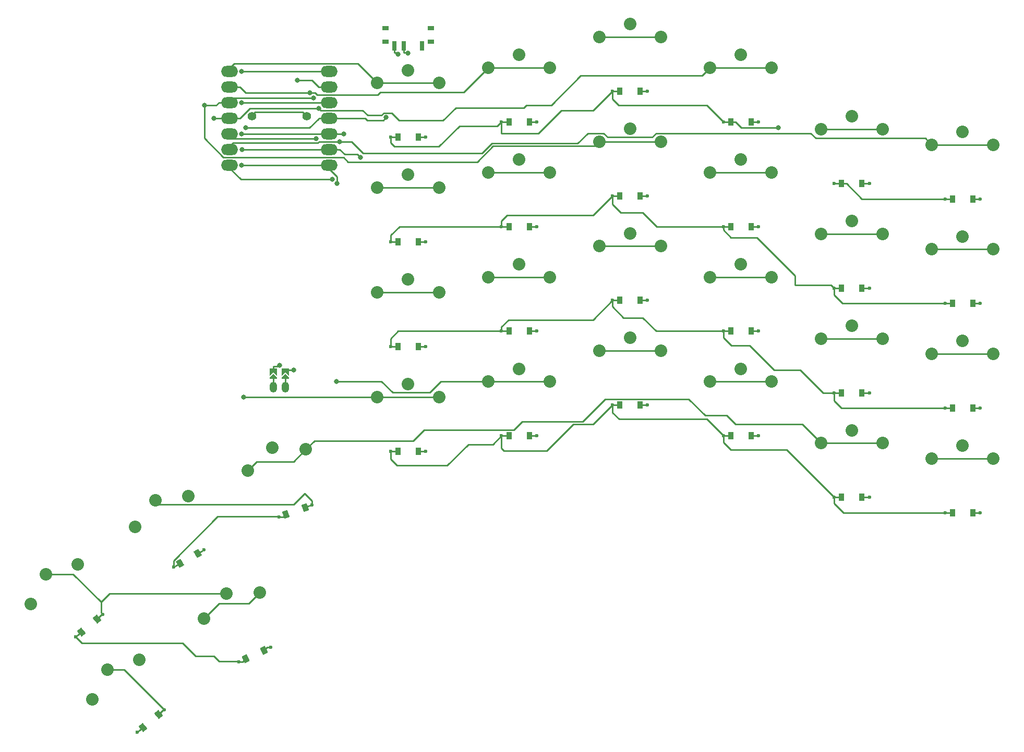
<source format=gbr>
%TF.GenerationSoftware,KiCad,Pcbnew,8.0.6*%
%TF.CreationDate,2025-01-31T15:21:25+01:00*%
%TF.ProjectId,sleepy58,736c6565-7079-4353-982e-6b696361645f,v1.0.0*%
%TF.SameCoordinates,Original*%
%TF.FileFunction,Copper,L1,Top*%
%TF.FilePolarity,Positive*%
%FSLAX46Y46*%
G04 Gerber Fmt 4.6, Leading zero omitted, Abs format (unit mm)*
G04 Created by KiCad (PCBNEW 8.0.6) date 2025-01-31 15:21:25*
%MOMM*%
%LPD*%
G01*
G04 APERTURE LIST*
G04 Aperture macros list*
%AMRotRect*
0 Rectangle, with rotation*
0 The origin of the aperture is its center*
0 $1 length*
0 $2 width*
0 $3 Rotation angle, in degrees counterclockwise*
0 Add horizontal line*
21,1,$1,$2,0,0,$3*%
%AMFreePoly0*
4,1,6,0.600000,-1.000000,0.000000,-0.400000,-0.600000,-1.000000,-0.600000,0.250000,0.600000,0.250000,0.600000,-1.000000,0.600000,-1.000000,$1*%
%AMFreePoly1*
4,1,6,0.600000,-0.200000,0.600000,-0.400000,-0.600000,-0.400000,-0.600000,-0.200000,0.000000,0.400000,0.600000,-0.200000,0.600000,-0.200000,$1*%
G04 Aperture macros list end*
%TA.AperFunction,SMDPad,CuDef*%
%ADD10R,0.900000X1.200000*%
%TD*%
%TA.AperFunction,ComponentPad*%
%ADD11C,2.032000*%
%TD*%
%TA.AperFunction,SMDPad,CuDef*%
%ADD12RotRect,0.900000X1.200000X40.000000*%
%TD*%
%TA.AperFunction,SMDPad,CuDef*%
%ADD13RotRect,0.900000X1.200000X20.000000*%
%TD*%
%TA.AperFunction,SMDPad,CuDef*%
%ADD14RotRect,0.900000X1.200000X30.000000*%
%TD*%
%TA.AperFunction,SMDPad,CuDef*%
%ADD15FreePoly0,0.000000*%
%TD*%
%TA.AperFunction,ComponentPad*%
%ADD16O,1.200000X1.750000*%
%TD*%
%TA.AperFunction,SMDPad,CuDef*%
%ADD17FreePoly1,0.000000*%
%TD*%
%TA.AperFunction,SMDPad,CuDef*%
%ADD18O,2.750000X1.800000*%
%TD*%
%TA.AperFunction,CastellatedPad*%
%ADD19C,1.397000*%
%TD*%
%TA.AperFunction,SMDPad,CuDef*%
%ADD20RotRect,0.900000X1.200000X25.000000*%
%TD*%
%TA.AperFunction,SMDPad,CuDef*%
%ADD21R,1.000000X0.800000*%
%TD*%
%TA.AperFunction,SMDPad,CuDef*%
%ADD22R,0.700000X1.500000*%
%TD*%
%TA.AperFunction,ViaPad*%
%ADD23C,0.800000*%
%TD*%
%TA.AperFunction,ViaPad*%
%ADD24C,0.600000*%
%TD*%
%TA.AperFunction,Conductor*%
%ADD25C,0.250000*%
%TD*%
G04 APERTURE END LIST*
D10*
%TO.P,D1,1*%
%TO.N,R1*%
X98350000Y-105000000D03*
%TO.P,D1,2*%
%TO.N,outer_bottom*%
X101650000Y-105000000D03*
%TD*%
D11*
%TO.P,S12,1*%
%TO.N,C2*%
X131000000Y-37700000D03*
X141000000Y-37700000D03*
%TO.P,S12,2*%
%TO.N,ring_num*%
X136000000Y-35600000D03*
X136000000Y-35600000D03*
%TD*%
D10*
%TO.P,D21,1*%
%TO.N,R1*%
X188350000Y-115000000D03*
%TO.P,D21,2*%
%TO.N,inner_bottom*%
X191650000Y-115000000D03*
%TD*%
D12*
%TO.P,D29,1*%
%TO.N,R0*%
X56949927Y-149890800D03*
%TO.P,D29,2*%
%TO.N,default_default*%
X59477873Y-147769600D03*
%TD*%
D10*
%TO.P,D2,1*%
%TO.N,R2*%
X98350000Y-88000000D03*
%TO.P,D2,2*%
%TO.N,outer_home*%
X101650000Y-88000000D03*
%TD*%
%TO.P,D14,1*%
%TO.N,R2*%
X152350000Y-85500000D03*
%TO.P,D14,2*%
%TO.N,middle_home*%
X155650000Y-85500000D03*
%TD*%
D11*
%TO.P,S2,1*%
%TO.N,C0*%
X95000000Y-79200000D03*
X105000000Y-79200000D03*
%TO.P,S2,2*%
%TO.N,outer_home*%
X100000000Y-77100000D03*
X100000000Y-77100000D03*
%TD*%
D10*
%TO.P,D6,1*%
%TO.N,R2*%
X116350000Y-85500000D03*
%TO.P,D6,2*%
%TO.N,pinky_home*%
X119650000Y-85500000D03*
%TD*%
%TO.P,D9,1*%
%TO.N,R1*%
X134350000Y-97500000D03*
%TO.P,D9,2*%
%TO.N,ring_bottom*%
X137650000Y-97500000D03*
%TD*%
%TO.P,D8,1*%
%TO.N,R4*%
X116350000Y-51500000D03*
%TO.P,D8,2*%
%TO.N,pinky_num*%
X119650000Y-51500000D03*
%TD*%
D11*
%TO.P,S18,1*%
%TO.N,C4*%
X167000000Y-86700000D03*
X177000000Y-86700000D03*
%TO.P,S18,2*%
%TO.N,index_home*%
X172000000Y-84600000D03*
X172000000Y-84600000D03*
%TD*%
D13*
%TO.P,D25,1*%
%TO.N,R0*%
X80159607Y-115262833D03*
%TO.P,D25,2*%
%TO.N,default_default*%
X83260593Y-114134167D03*
%TD*%
D11*
%TO.P,S29,1*%
%TO.N,C0*%
X48727185Y-145302969D03*
X56387629Y-138875093D03*
%TO.P,S29,2*%
%TO.N,default_default*%
X51207553Y-140480338D03*
X51207553Y-140480338D03*
%TD*%
%TO.P,S3,1*%
%TO.N,C0*%
X95000000Y-62200000D03*
X105000000Y-62200000D03*
%TO.P,S3,2*%
%TO.N,outer_top*%
X100000000Y-60100000D03*
X100000000Y-60100000D03*
%TD*%
%TO.P,S16,1*%
%TO.N,C3*%
X149000000Y-42700000D03*
X159000000Y-42700000D03*
%TO.P,S16,2*%
%TO.N,middle_num*%
X154000000Y-40600000D03*
X154000000Y-40600000D03*
%TD*%
%TO.P,S11,1*%
%TO.N,C2*%
X131000000Y-54700000D03*
X141000000Y-54700000D03*
%TO.P,S11,2*%
%TO.N,ring_top*%
X136000000Y-52600000D03*
X136000000Y-52600000D03*
%TD*%
D14*
%TO.P,D26,1*%
%TO.N,R0*%
X62971058Y-123255100D03*
%TO.P,D26,2*%
%TO.N,default_default*%
X65828942Y-121605100D03*
%TD*%
D10*
%TO.P,D5,1*%
%TO.N,R1*%
X116350000Y-102500000D03*
%TO.P,D5,2*%
%TO.N,pinky_bottom*%
X119650000Y-102500000D03*
%TD*%
%TO.P,D12,1*%
%TO.N,R4*%
X134350000Y-46500000D03*
%TO.P,D12,2*%
%TO.N,ring_num*%
X137650000Y-46500000D03*
%TD*%
D11*
%TO.P,S5,1*%
%TO.N,C1*%
X113000000Y-93700000D03*
X123000000Y-93700000D03*
%TO.P,S5,2*%
%TO.N,pinky_bottom*%
X118000000Y-91600000D03*
X118000000Y-91600000D03*
%TD*%
%TO.P,S27,1*%
%TO.N,C2*%
X38727185Y-129802969D03*
X46387629Y-123375093D03*
%TO.P,S27,2*%
%TO.N,default_default*%
X41207553Y-124980338D03*
X41207553Y-124980338D03*
%TD*%
%TO.P,S21,1*%
%TO.N,C5*%
X185000000Y-106200000D03*
X195000000Y-106200000D03*
%TO.P,S21,2*%
%TO.N,inner_bottom*%
X190000000Y-104100000D03*
X190000000Y-104100000D03*
%TD*%
%TO.P,S13,1*%
%TO.N,C3*%
X149000000Y-93700000D03*
X159000000Y-93700000D03*
%TO.P,S13,2*%
%TO.N,middle_bottom*%
X154000000Y-91600000D03*
X154000000Y-91600000D03*
%TD*%
D10*
%TO.P,D23,1*%
%TO.N,R3*%
X188350000Y-81000000D03*
%TO.P,D23,2*%
%TO.N,inner_top*%
X191650000Y-81000000D03*
%TD*%
%TO.P,D4,1*%
%TO.N,R4*%
X98350000Y-54000000D03*
%TO.P,D4,2*%
%TO.N,outer_num*%
X101650000Y-54000000D03*
%TD*%
D11*
%TO.P,S19,1*%
%TO.N,C4*%
X167000000Y-69700000D03*
X177000000Y-69700000D03*
%TO.P,S19,2*%
%TO.N,index_top*%
X172000000Y-67600000D03*
X172000000Y-67600000D03*
%TD*%
D12*
%TO.P,D27,1*%
%TO.N,R0*%
X46949927Y-134390800D03*
%TO.P,D27,2*%
%TO.N,default_default*%
X49477873Y-132269600D03*
%TD*%
D10*
%TO.P,D15,1*%
%TO.N,R3*%
X152350000Y-68500000D03*
%TO.P,D15,2*%
%TO.N,middle_top*%
X155650000Y-68500000D03*
%TD*%
D11*
%TO.P,S14,1*%
%TO.N,C3*%
X149000000Y-76700000D03*
X159000000Y-76700000D03*
%TO.P,S14,2*%
%TO.N,middle_home*%
X154000000Y-74600000D03*
X154000000Y-74600000D03*
%TD*%
%TO.P,S15,1*%
%TO.N,C3*%
X149000000Y-59700000D03*
X159000000Y-59700000D03*
%TO.P,S15,2*%
%TO.N,middle_top*%
X154000000Y-57600000D03*
X154000000Y-57600000D03*
%TD*%
D10*
%TO.P,D17,1*%
%TO.N,R1*%
X170350000Y-112500000D03*
%TO.P,D17,2*%
%TO.N,index_bottom*%
X173650000Y-112500000D03*
%TD*%
D15*
%TO.P,JST1,1*%
%TO.N,BBAT+*%
X80100000Y-91784000D03*
%TO.P,JST1,2*%
%TO.N,GND*%
X78100000Y-91784000D03*
D16*
%TO.P,JST1,11*%
%TO.N,JST1_1*%
X80100000Y-94600000D03*
%TO.P,JST1,12*%
%TO.N,JST1_2*%
X78100000Y-94600000D03*
D17*
%TO.P,JST1,21*%
%TO.N,JST1_1*%
X80100000Y-92800000D03*
%TO.P,JST1,22*%
%TO.N,JST1_2*%
X78100000Y-92800000D03*
%TD*%
D11*
%TO.P,S20,1*%
%TO.N,C4*%
X167000000Y-52700000D03*
X177000000Y-52700000D03*
%TO.P,S20,2*%
%TO.N,index_num*%
X172000000Y-50600000D03*
X172000000Y-50600000D03*
%TD*%
D10*
%TO.P,D22,1*%
%TO.N,R2*%
X188350000Y-98000000D03*
%TO.P,D22,2*%
%TO.N,inner_home*%
X191650000Y-98000000D03*
%TD*%
D11*
%TO.P,S28,1*%
%TO.N,C1*%
X66862512Y-132169122D03*
X75925590Y-127942939D03*
%TO.P,S28,2*%
%TO.N,default_default*%
X70506552Y-128152784D03*
X70506552Y-128152784D03*
%TD*%
%TO.P,S24,1*%
%TO.N,C5*%
X185000000Y-55200000D03*
X195000000Y-55200000D03*
%TO.P,S24,2*%
%TO.N,inner_num*%
X190000000Y-53100000D03*
X190000000Y-53100000D03*
%TD*%
D10*
%TO.P,D7,1*%
%TO.N,R3*%
X116350000Y-68500000D03*
%TO.P,D7,2*%
%TO.N,pinky_top*%
X119650000Y-68500000D03*
%TD*%
%TO.P,D20,1*%
%TO.N,R4*%
X170350000Y-61500000D03*
%TO.P,D20,2*%
%TO.N,index_num*%
X173650000Y-61500000D03*
%TD*%
D11*
%TO.P,S6,1*%
%TO.N,C1*%
X113000000Y-76700000D03*
X123000000Y-76700000D03*
%TO.P,S6,2*%
%TO.N,pinky_home*%
X118000000Y-74600000D03*
X118000000Y-74600000D03*
%TD*%
%TO.P,S9,1*%
%TO.N,C2*%
X131000000Y-88700000D03*
X141000000Y-88700000D03*
%TO.P,S9,2*%
%TO.N,ring_bottom*%
X136000000Y-86600000D03*
X136000000Y-86600000D03*
%TD*%
D10*
%TO.P,D10,1*%
%TO.N,R2*%
X134350000Y-80500000D03*
%TO.P,D10,2*%
%TO.N,ring_home*%
X137650000Y-80500000D03*
%TD*%
D11*
%TO.P,S25,1*%
%TO.N,C4*%
X74001860Y-108139269D03*
X83398787Y-104719067D03*
%TO.P,S25,2*%
%TO.N,default_default*%
X77982081Y-104455814D03*
X77982081Y-104455814D03*
%TD*%
%TO.P,S23,1*%
%TO.N,C5*%
X185000000Y-72200000D03*
X195000000Y-72200000D03*
%TO.P,S23,2*%
%TO.N,inner_top*%
X190000000Y-70100000D03*
X190000000Y-70100000D03*
%TD*%
D10*
%TO.P,D3,1*%
%TO.N,R3*%
X98350000Y-71000000D03*
%TO.P,D3,2*%
%TO.N,outer_top*%
X101650000Y-71000000D03*
%TD*%
D18*
%TO.P,MCU1,1*%
%TO.N,C0*%
X71005040Y-43280000D03*
%TO.P,MCU1,2*%
%TO.N,C1*%
X71005040Y-45820000D03*
%TO.P,MCU1,3*%
%TO.N,C2*%
X71005040Y-48360000D03*
%TO.P,MCU1,4*%
%TO.N,C3*%
X71005040Y-50900000D03*
%TO.P,MCU1,5*%
%TO.N,C4*%
X71005040Y-53440000D03*
%TO.P,MCU1,6*%
%TO.N,C5*%
X71005040Y-55980000D03*
%TO.P,MCU1,7*%
%TO.N,R0*%
X71005040Y-58520000D03*
%TO.P,MCU1,8*%
%TO.N,R1*%
X87194960Y-58520000D03*
%TO.P,MCU1,9*%
%TO.N,R2*%
X87194960Y-55980000D03*
%TO.P,MCU1,10*%
%TO.N,R3*%
X87194960Y-53440000D03*
%TO.P,MCU1,11*%
%TO.N,R4*%
X87194960Y-50900000D03*
%TO.P,MCU1,12*%
%TO.N,3V3*%
X87194960Y-48360000D03*
%TO.P,MCU1,13*%
%TO.N,GND*%
X87194960Y-45820000D03*
%TO.P,MCU1,14*%
%TO.N,5V*%
X87194960Y-43280000D03*
D19*
%TO.P,MCU1,19*%
%TO.N,XBAT+*%
X74655000Y-50583000D03*
X83545000Y-50583000D03*
%TD*%
D10*
%TO.P,D11,1*%
%TO.N,R3*%
X134350000Y-63500000D03*
%TO.P,D11,2*%
%TO.N,ring_top*%
X137650000Y-63500000D03*
%TD*%
D11*
%TO.P,S4,1*%
%TO.N,C0*%
X95000000Y-45200000D03*
X105000000Y-45200000D03*
%TO.P,S4,2*%
%TO.N,outer_num*%
X100000000Y-43100000D03*
X100000000Y-43100000D03*
%TD*%
%TO.P,S8,1*%
%TO.N,C1*%
X113000000Y-42700000D03*
X123000000Y-42700000D03*
%TO.P,S8,2*%
%TO.N,pinky_num*%
X118000000Y-40600000D03*
X118000000Y-40600000D03*
%TD*%
%TO.P,S1,1*%
%TO.N,C0*%
X95000000Y-96200000D03*
X105000000Y-96200000D03*
%TO.P,S1,2*%
%TO.N,outer_bottom*%
X100000000Y-94100000D03*
X100000000Y-94100000D03*
%TD*%
D10*
%TO.P,D16,1*%
%TO.N,R4*%
X152350000Y-51500000D03*
%TO.P,D16,2*%
%TO.N,middle_num*%
X155650000Y-51500000D03*
%TD*%
D11*
%TO.P,S7,1*%
%TO.N,C1*%
X113000000Y-59700000D03*
X123000000Y-59700000D03*
%TO.P,S7,2*%
%TO.N,pinky_top*%
X118000000Y-57600000D03*
X118000000Y-57600000D03*
%TD*%
D20*
%TO.P,D28,1*%
%TO.N,R0*%
X73617692Y-138728820D03*
%TO.P,D28,2*%
%TO.N,default_default*%
X76608508Y-137334180D03*
%TD*%
D11*
%TO.P,S17,1*%
%TO.N,C4*%
X167000000Y-103700000D03*
X177000000Y-103700000D03*
%TO.P,S17,2*%
%TO.N,index_bottom*%
X172000000Y-101600000D03*
X172000000Y-101600000D03*
%TD*%
D21*
%TO.P,PWR1,*%
%TO.N,*%
X96350000Y-38495000D03*
X103650000Y-38495000D03*
X96350000Y-36285000D03*
X103650000Y-36285000D03*
D22*
%TO.P,PWR1,1*%
%TO.N,N/C*%
X102250000Y-39145000D03*
%TO.P,PWR1,2*%
%TO.N,BBAT+*%
X99250000Y-39145000D03*
%TO.P,PWR1,3*%
%TO.N,XBAT+*%
X97750000Y-39145000D03*
%TD*%
D10*
%TO.P,D13,1*%
%TO.N,R1*%
X152350000Y-102500000D03*
%TO.P,D13,2*%
%TO.N,middle_bottom*%
X155650000Y-102500000D03*
%TD*%
D11*
%TO.P,S26,1*%
%TO.N,C3*%
X55669873Y-117309103D03*
X64330127Y-112309103D03*
%TO.P,S26,2*%
%TO.N,default_default*%
X58950000Y-112990450D03*
X58950000Y-112990450D03*
%TD*%
D10*
%TO.P,D19,1*%
%TO.N,R3*%
X170350000Y-78500000D03*
%TO.P,D19,2*%
%TO.N,index_top*%
X173650000Y-78500000D03*
%TD*%
D11*
%TO.P,S10,1*%
%TO.N,C2*%
X131000000Y-71700000D03*
X141000000Y-71700000D03*
%TO.P,S10,2*%
%TO.N,ring_home*%
X136000000Y-69600000D03*
X136000000Y-69600000D03*
%TD*%
D10*
%TO.P,D18,1*%
%TO.N,R2*%
X170350000Y-95500000D03*
%TO.P,D18,2*%
%TO.N,index_home*%
X173650000Y-95500000D03*
%TD*%
D11*
%TO.P,S22,1*%
%TO.N,C5*%
X185000000Y-89200000D03*
X195000000Y-89200000D03*
%TO.P,S22,2*%
%TO.N,inner_home*%
X190000000Y-87100000D03*
X190000000Y-87100000D03*
%TD*%
D10*
%TO.P,D24,1*%
%TO.N,R4*%
X188350000Y-64000000D03*
%TO.P,D24,2*%
%TO.N,inner_num*%
X191650000Y-64000000D03*
%TD*%
D23*
%TO.N,C0*%
X73289400Y-96200000D03*
D24*
%TO.N,outer_bottom*%
X102850000Y-105000000D03*
%TO.N,outer_home*%
X102850000Y-88000000D03*
%TO.N,outer_top*%
X102850000Y-71000000D03*
%TO.N,outer_num*%
X102850000Y-54000000D03*
D23*
%TO.N,C1*%
X84067600Y-46739600D03*
X88342200Y-93648300D03*
D24*
%TO.N,pinky_bottom*%
X120850000Y-102500000D03*
%TO.N,pinky_home*%
X120850000Y-85500000D03*
%TO.N,pinky_top*%
X120850000Y-68500000D03*
%TO.N,pinky_num*%
X120850000Y-51500000D03*
D23*
%TO.N,C2*%
X84622300Y-47604000D03*
X66912000Y-48824000D03*
D24*
%TO.N,ring_bottom*%
X138850000Y-97500000D03*
%TO.N,ring_home*%
X138850000Y-80500000D03*
%TO.N,ring_top*%
X138850000Y-63500000D03*
%TO.N,ring_num*%
X138850000Y-46500000D03*
D23*
%TO.N,C3*%
X68445800Y-50900000D03*
X85493300Y-49284200D03*
D24*
%TO.N,middle_bottom*%
X156850000Y-102500000D03*
%TO.N,middle_home*%
X156850000Y-85500000D03*
%TO.N,middle_top*%
X156850000Y-68500000D03*
%TO.N,middle_num*%
X156850000Y-51500000D03*
D23*
%TO.N,C4*%
X85028300Y-54202600D03*
D24*
%TO.N,index_bottom*%
X174850000Y-112500000D03*
%TO.N,index_home*%
X174850000Y-95500000D03*
%TO.N,index_top*%
X174850000Y-78500000D03*
%TO.N,index_num*%
X174850000Y-61500000D03*
D23*
%TO.N,C5*%
X88896700Y-54710100D03*
D24*
%TO.N,inner_bottom*%
X192850000Y-115000000D03*
%TO.N,inner_home*%
X192850000Y-98000000D03*
%TO.N,inner_top*%
X192850000Y-81000000D03*
%TO.N,inner_num*%
X192850000Y-64000000D03*
%TO.N,default_default*%
X50397200Y-131498000D03*
X84388200Y-113724000D03*
X66868200Y-121005000D03*
X60397200Y-146998000D03*
X77696100Y-136827000D03*
D23*
%TO.N,R1*%
X72995600Y-58520000D03*
D24*
X133150000Y-97500000D03*
X169150000Y-112500000D03*
X151150000Y-102500000D03*
X115150000Y-102500000D03*
D23*
X88421600Y-61541600D03*
D24*
X187150000Y-115000000D03*
X97150000Y-105000000D03*
D23*
%TO.N,R2*%
X92278800Y-57238000D03*
D24*
X151150000Y-85500000D03*
X169150000Y-95500000D03*
X97150000Y-88000000D03*
X187150000Y-98000000D03*
D23*
X73002000Y-55980000D03*
D24*
X115150000Y-85500000D03*
X133150000Y-80500000D03*
%TO.N,R3*%
X115150000Y-68500000D03*
X187150000Y-81000000D03*
D23*
X89508500Y-53440000D03*
D24*
X169150000Y-78500000D03*
X97150000Y-71000000D03*
D23*
X72995200Y-53440000D03*
D24*
X133150000Y-63500000D03*
X151150000Y-68500000D03*
%TO.N,R4*%
X169150000Y-61500000D03*
X97150000Y-54000000D03*
D23*
X73612000Y-52476700D03*
D24*
X133150000Y-46500000D03*
D23*
X96425700Y-50790000D03*
D24*
X115150000Y-51500000D03*
X187150000Y-64000000D03*
D23*
X160076700Y-52426700D03*
D24*
X151150000Y-51500000D03*
%TO.N,R0*%
X56030700Y-150662000D03*
X72530100Y-139236000D03*
X46030700Y-135162000D03*
D23*
X87670000Y-60841200D03*
D24*
X79032000Y-115673000D03*
X61931800Y-123855000D03*
D23*
%TO.N,3V3*%
X72986100Y-48360000D03*
%TO.N,GND*%
X82018000Y-44751000D03*
X79105700Y-91068100D03*
%TO.N,5V*%
X72987400Y-43280000D03*
%TO.N,XBAT+*%
X98371200Y-40474800D03*
%TO.N,BBAT+*%
X99988700Y-40366500D03*
X81440000Y-91784000D03*
%TD*%
D25*
%TO.N,C0*%
X95000000Y-62200000D02*
X105000000Y-62200000D01*
X95000000Y-96200000D02*
X73289400Y-96200000D01*
X95000000Y-45200000D02*
X105000000Y-45200000D01*
X95000000Y-96200000D02*
X105000000Y-96200000D01*
X95000000Y-79200000D02*
X105000000Y-79200000D01*
X91847900Y-42047900D02*
X95000000Y-45200000D01*
X71762100Y-42047900D02*
X91847900Y-42047900D01*
X70530000Y-43280000D02*
X71762100Y-42047900D01*
%TO.N,outer_bottom*%
X101650000Y-105000000D02*
X102850000Y-105000000D01*
%TO.N,outer_home*%
X101650000Y-88000000D02*
X102850000Y-88000000D01*
%TO.N,outer_top*%
X101650000Y-71000000D02*
X102850000Y-71000000D01*
%TO.N,outer_num*%
X101650000Y-54000000D02*
X102850000Y-54000000D01*
%TO.N,C1*%
X113000000Y-93700000D02*
X105291300Y-93700000D01*
X84917900Y-46739600D02*
X85268300Y-47090000D01*
X113000000Y-76700000D02*
X123000000Y-76700000D01*
X105291300Y-93700000D02*
X103529800Y-95461500D01*
X103529800Y-95461500D02*
X97474600Y-95461500D01*
X123000000Y-93700000D02*
X113000000Y-93700000D01*
X95661400Y-93648300D02*
X88342200Y-93648300D01*
X69282100Y-129749500D02*
X74119000Y-129749500D01*
X84067600Y-46739600D02*
X84917900Y-46739600D01*
X113000000Y-59700000D02*
X123000000Y-59700000D01*
X73626300Y-46739600D02*
X84067600Y-46739600D01*
X85268300Y-47090000D02*
X95033800Y-47090000D01*
X109045700Y-46654300D02*
X113000000Y-42700000D01*
X123000000Y-42700000D02*
X113000000Y-42700000D01*
X95033800Y-47090000D02*
X95469500Y-46654300D01*
X95469500Y-46654300D02*
X109045700Y-46654300D01*
X97474600Y-95461500D02*
X95661400Y-93648300D01*
X66862500Y-132169100D02*
X69282100Y-129749500D01*
X74119000Y-129749500D02*
X75925600Y-127942900D01*
X70530000Y-45820000D02*
X72706700Y-45820000D01*
X72706700Y-45820000D02*
X73626300Y-46739600D01*
%TO.N,pinky_bottom*%
X119650000Y-102500000D02*
X120850000Y-102500000D01*
%TO.N,pinky_home*%
X119650000Y-85500000D02*
X120850000Y-85500000D01*
%TO.N,pinky_top*%
X119650000Y-68500000D02*
X120850000Y-68500000D01*
%TO.N,pinky_num*%
X119650000Y-51500000D02*
X120850000Y-51500000D01*
%TO.N,C2*%
X131000000Y-37700000D02*
X141000000Y-37700000D01*
X70530000Y-48360000D02*
X69303300Y-48360000D01*
X66912000Y-54156500D02*
X66912000Y-48824000D01*
X89530000Y-57250000D02*
X70005500Y-57250000D01*
X131000000Y-54700000D02*
X141000000Y-54700000D01*
X66912000Y-48824000D02*
X68839300Y-48824000D01*
X90267200Y-57987200D02*
X89530000Y-57250000D01*
X111251300Y-57987200D02*
X90267200Y-57987200D01*
X71286000Y-47604000D02*
X84622300Y-47604000D01*
X68839300Y-48824000D02*
X69303300Y-48360000D01*
X131000000Y-88700000D02*
X141000000Y-88700000D01*
X113794200Y-55444300D02*
X111251300Y-57987200D01*
X70530000Y-48360000D02*
X71286000Y-47604000D01*
X70005500Y-57250000D02*
X66912000Y-54156500D01*
X131000000Y-71700000D02*
X141000000Y-71700000D01*
X131000000Y-54700000D02*
X130255700Y-55444300D01*
X130255700Y-55444300D02*
X113794200Y-55444300D01*
%TO.N,ring_bottom*%
X137650000Y-97500000D02*
X138850000Y-97500000D01*
%TO.N,ring_home*%
X137650000Y-80500000D02*
X138850000Y-80500000D01*
%TO.N,ring_top*%
X137650000Y-63500000D02*
X138850000Y-63500000D01*
%TO.N,ring_num*%
X137650000Y-46500000D02*
X138850000Y-46500000D01*
%TO.N,C3*%
X107756800Y-49203000D02*
X105670100Y-51289700D01*
X149000000Y-42700000D02*
X147690200Y-44009800D01*
X93419100Y-50450700D02*
X92598400Y-49630000D01*
X149000000Y-42700000D02*
X159000000Y-42700000D01*
X123229400Y-48789700D02*
X119200300Y-48789700D01*
X92598400Y-49630000D02*
X85839100Y-49630000D01*
X149000000Y-93700000D02*
X159000000Y-93700000D01*
X105670100Y-51289700D02*
X98564900Y-51289700D01*
X98564900Y-51289700D02*
X97338400Y-50063200D01*
X97338400Y-50063200D02*
X96067000Y-50063200D01*
X128009300Y-44009800D02*
X123229400Y-48789700D01*
X96067000Y-50063200D02*
X95679500Y-50450700D01*
X119200300Y-48789700D02*
X118787000Y-49203000D01*
X147690200Y-44009800D02*
X128009300Y-44009800D01*
X74322500Y-49284200D02*
X85493300Y-49284200D01*
X70530000Y-50900000D02*
X72706700Y-50900000D01*
X70530000Y-50900000D02*
X68445800Y-50900000D01*
X72706700Y-50900000D02*
X74322500Y-49284200D01*
X149000000Y-59700000D02*
X159000000Y-59700000D01*
X85839100Y-49630000D02*
X85493300Y-49284200D01*
X118787000Y-49203000D02*
X107756800Y-49203000D01*
X95679500Y-50450700D02*
X93419100Y-50450700D01*
X149000000Y-76700000D02*
X159000000Y-76700000D01*
%TO.N,middle_bottom*%
X155650000Y-102500000D02*
X156850000Y-102500000D01*
%TO.N,middle_home*%
X155650000Y-85500000D02*
X156850000Y-85500000D01*
%TO.N,middle_top*%
X155650000Y-68500000D02*
X156850000Y-68500000D01*
%TO.N,middle_num*%
X155650000Y-51500000D02*
X156850000Y-51500000D01*
%TO.N,C4*%
X131959200Y-96541700D02*
X145510000Y-96541700D01*
X118536700Y-100201500D02*
X128299400Y-100201500D01*
X84830300Y-103287600D02*
X100839100Y-103287600D01*
X74001900Y-108139300D02*
X75448400Y-106692800D01*
X75448400Y-106692800D02*
X81425100Y-106692800D01*
X148186100Y-99217800D02*
X151691400Y-99217800D01*
X70530000Y-53440000D02*
X71292600Y-54202600D01*
X177000000Y-52700000D02*
X167000000Y-52700000D01*
X128299400Y-100201500D02*
X131959200Y-96541700D01*
X167000000Y-69700000D02*
X177000000Y-69700000D01*
X167000000Y-103700000D02*
X177000000Y-103700000D01*
X145510000Y-96541700D02*
X148186100Y-99217800D01*
X102553400Y-101573300D02*
X117164900Y-101573300D01*
X71292600Y-54202600D02*
X85028300Y-54202600D01*
X151691400Y-99217800D02*
X153125200Y-100651600D01*
X81425100Y-106692800D02*
X83398800Y-104719100D01*
X163951600Y-100651600D02*
X167000000Y-103700000D01*
X153125200Y-100651600D02*
X163951600Y-100651600D01*
X100839100Y-103287600D02*
X102553400Y-101573300D01*
X117164900Y-101573300D02*
X118536700Y-100201500D01*
X167000000Y-86700000D02*
X177000000Y-86700000D01*
X83398800Y-104719100D02*
X84830300Y-103287600D01*
%TO.N,index_bottom*%
X173650000Y-112500000D02*
X174850000Y-112500000D01*
%TO.N,index_home*%
X173650000Y-95500000D02*
X174850000Y-95500000D01*
%TO.N,index_top*%
X173650000Y-78500000D02*
X174850000Y-78500000D01*
%TO.N,index_num*%
X173650000Y-61500000D02*
X174850000Y-61500000D01*
%TO.N,C5*%
X185000000Y-55200000D02*
X195000000Y-55200000D01*
X185000000Y-89200000D02*
X195000000Y-89200000D01*
X183925800Y-54125800D02*
X166142700Y-54125800D01*
X92696105Y-56630000D02*
X90776205Y-54710100D01*
X113607804Y-54994300D02*
X111972104Y-56630000D01*
X90776205Y-54710100D02*
X88896700Y-54710100D01*
X85548500Y-54710100D02*
X88896700Y-54710100D01*
X165348500Y-53331600D02*
X140285900Y-53331600D01*
X129157000Y-53353700D02*
X127516400Y-54994300D01*
X140285900Y-53331600D02*
X139614700Y-54002800D01*
X131753700Y-53353700D02*
X129157000Y-53353700D01*
X111972104Y-56630000D02*
X92696105Y-56630000D01*
X166142700Y-54125800D02*
X165348500Y-53331600D01*
X185000000Y-72200000D02*
X195000000Y-72200000D01*
X85329300Y-54929300D02*
X85548500Y-54710100D01*
X132402800Y-54002800D02*
X131753700Y-53353700D01*
X71580700Y-54929300D02*
X85329300Y-54929300D01*
X139614700Y-54002800D02*
X132402800Y-54002800D01*
X70530000Y-55980000D02*
X71580700Y-54929300D01*
X185000000Y-55200000D02*
X183925800Y-54125800D01*
X127516400Y-54994300D02*
X113607804Y-54994300D01*
X185000000Y-106200000D02*
X195000000Y-106200000D01*
%TO.N,inner_bottom*%
X191650000Y-115000000D02*
X192850000Y-115000000D01*
%TO.N,inner_home*%
X191650000Y-98000000D02*
X192850000Y-98000000D01*
%TO.N,inner_top*%
X191650000Y-81000000D02*
X192850000Y-81000000D01*
%TO.N,inner_num*%
X191650000Y-64000000D02*
X192850000Y-64000000D01*
%TO.N,default_default*%
X76608508Y-137334180D02*
X76608508Y-137334192D01*
X83220000Y-111890000D02*
X81423300Y-113686700D01*
X59646200Y-113686700D02*
X58950000Y-112990500D01*
X50167600Y-129524500D02*
X50167600Y-131268400D01*
X81423300Y-113686700D02*
X59646200Y-113686700D01*
X84388200Y-113058200D02*
X83220000Y-111890000D01*
X53879500Y-140480300D02*
X51207600Y-140480300D01*
X60397200Y-146998000D02*
X53879500Y-140480300D01*
X60397200Y-146998000D02*
X60249473Y-146998000D01*
X50397200Y-131498000D02*
X50249473Y-131498000D01*
X83824400Y-113929000D02*
X84388200Y-113724000D01*
X83465800Y-113929000D02*
X83260600Y-114134200D01*
X65828900Y-121605100D02*
X65828900Y-121605000D01*
X50249473Y-131498000D02*
X49477873Y-132269600D01*
X41207600Y-124980300D02*
X45623400Y-124980300D01*
X60249473Y-146998000D02*
X59477873Y-147769600D01*
X50167600Y-131268400D02*
X50397200Y-131498000D01*
X83260600Y-114134000D02*
X83824400Y-113929000D01*
X51539300Y-128152800D02*
X70506600Y-128152800D01*
X50167600Y-129524500D02*
X51539300Y-128152800D01*
X83824400Y-113929000D02*
X83465800Y-113929000D01*
X77112688Y-136830000D02*
X77693100Y-136830000D01*
X84388200Y-113724000D02*
X84388200Y-113058200D01*
X65828900Y-121605000D02*
X66868200Y-121005000D01*
X45623400Y-124980300D02*
X50167600Y-129524500D01*
X77693100Y-136830000D02*
X77696100Y-136827000D01*
X76608508Y-137334180D02*
X77112688Y-136830000D01*
%TO.N,R1*%
X169150000Y-112500000D02*
X170350000Y-112500000D01*
X133150000Y-97500000D02*
X133150000Y-98720000D01*
X116350000Y-102500000D02*
X115150000Y-102500000D01*
X97150000Y-106310000D02*
X98180000Y-107340000D01*
X169150000Y-112500000D02*
X169150000Y-113500000D01*
X115150000Y-104520000D02*
X115580000Y-104950000D01*
X152395000Y-104795000D02*
X161445000Y-104795000D01*
X161445000Y-104795000D02*
X169150000Y-112500000D01*
X151150000Y-102500000D02*
X152350000Y-102500000D01*
X115150000Y-102500000D02*
X115150000Y-104520000D01*
X188350000Y-115000000D02*
X187150000Y-115000000D01*
X151150000Y-103550000D02*
X152395000Y-104795000D01*
X98350000Y-105000000D02*
X97150000Y-105000000D01*
X170650000Y-115000000D02*
X187150000Y-115000000D01*
X151150000Y-102500000D02*
X151150000Y-103550000D01*
X106340000Y-107340000D02*
X109781700Y-103898300D01*
X129996800Y-100653200D02*
X133150000Y-97500000D01*
X113751700Y-103898300D02*
X115150000Y-102500000D01*
X169150000Y-113500000D02*
X170650000Y-115000000D01*
X133150000Y-98720000D02*
X134225000Y-99795000D01*
X115580000Y-104950000D02*
X122490000Y-104950000D01*
X134350000Y-97500000D02*
X133150000Y-97500000D01*
X98180000Y-107340000D02*
X106340000Y-107340000D01*
X109781700Y-103898300D02*
X113751700Y-103898300D01*
X85493300Y-58520000D02*
X72995600Y-58520000D01*
X97150000Y-105000000D02*
X97150000Y-106310000D01*
X86581700Y-58520000D02*
X85493300Y-58520000D01*
X148445000Y-99795000D02*
X151150000Y-102500000D01*
X122490000Y-104950000D02*
X126786800Y-100653200D01*
X126786800Y-100653200D02*
X129996800Y-100653200D01*
X134225000Y-99795000D02*
X148445000Y-99795000D01*
X86581700Y-58520000D02*
X88421600Y-60359900D01*
X87670000Y-58520000D02*
X86581700Y-58520000D01*
X88421600Y-60359900D02*
X88421600Y-61541600D01*
%TO.N,R2*%
X87670000Y-55980000D02*
X88896700Y-55980000D01*
X92003700Y-57052100D02*
X91739100Y-56787500D01*
X133750000Y-80500000D02*
X133150000Y-80500000D01*
X97150000Y-86740000D02*
X98390000Y-85500000D01*
X90343000Y-56787500D02*
X90325900Y-56770400D01*
X151150000Y-85500000D02*
X152350000Y-85500000D01*
X134350000Y-80500000D02*
X133750000Y-80500000D01*
X90325900Y-56770400D02*
X89687100Y-56770400D01*
X87670000Y-55980000D02*
X73002000Y-55980000D01*
X152451650Y-87821650D02*
X155448350Y-87821650D01*
X159406700Y-91780000D02*
X163640000Y-91780000D01*
X89687100Y-56770400D02*
X88896700Y-55980000D01*
X116288300Y-83651700D02*
X115150000Y-84790000D01*
X138040000Y-83310000D02*
X134950000Y-83310000D01*
X115150000Y-84790000D02*
X115150000Y-85500000D01*
X188350000Y-98000000D02*
X187150000Y-98000000D01*
X129998300Y-83651700D02*
X116288300Y-83651700D01*
X92260400Y-57238000D02*
X92259200Y-57239200D01*
X98350000Y-88000000D02*
X97150000Y-88000000D01*
X151150000Y-85500000D02*
X151150000Y-86520000D01*
X133150000Y-81510000D02*
X133150000Y-80500000D01*
X167360000Y-95500000D02*
X169150000Y-95500000D01*
X151150000Y-85500000D02*
X140230000Y-85500000D01*
X151150000Y-86520000D02*
X152451650Y-87821650D01*
X92259200Y-57239200D02*
X92003700Y-57239200D01*
X134950000Y-83310000D02*
X133150000Y-81510000D01*
X133150000Y-80500000D02*
X129998300Y-83651700D01*
X92003700Y-57239200D02*
X92003700Y-57052100D01*
X187150000Y-98000000D02*
X170350000Y-98000000D01*
X169150000Y-96800000D02*
X170350000Y-98000000D01*
X91739100Y-56787500D02*
X90343000Y-56787500D01*
X163640000Y-91780000D02*
X167360000Y-95500000D01*
X98390000Y-85500000D02*
X115150000Y-85500000D01*
X140230000Y-85500000D02*
X138040000Y-83310000D01*
X155448350Y-87821650D02*
X159406700Y-91780000D01*
X92278800Y-57238000D02*
X92260400Y-57238000D01*
X170350000Y-95500000D02*
X169150000Y-95500000D01*
X116350000Y-85500000D02*
X115150000Y-85500000D01*
X169150000Y-95500000D02*
X169150000Y-96800000D01*
X97150000Y-88000000D02*
X97150000Y-86740000D01*
%TO.N,R3*%
X162810000Y-77970000D02*
X162810000Y-76480000D01*
X168620000Y-77970000D02*
X162810000Y-77970000D01*
X188350000Y-81000000D02*
X187150000Y-81000000D01*
X152350000Y-68500000D02*
X151150000Y-68500000D01*
X116350000Y-68500000D02*
X115150000Y-68500000D01*
X169150000Y-78500000D02*
X168620000Y-77970000D01*
X115150000Y-67590000D02*
X115150000Y-68500000D01*
X170520000Y-81000000D02*
X169150000Y-79630000D01*
X151150000Y-69070000D02*
X151150000Y-68500000D01*
X152350000Y-70270000D02*
X151150000Y-69070000D01*
X97180000Y-69900000D02*
X97180000Y-70970000D01*
X170350000Y-78500000D02*
X169150000Y-78500000D01*
X187150000Y-81000000D02*
X170520000Y-81000000D01*
X98580000Y-68500000D02*
X97180000Y-69900000D01*
X133150000Y-64880000D02*
X133150000Y-63500000D01*
X156600000Y-70270000D02*
X152350000Y-70270000D01*
X129998300Y-66651700D02*
X116088300Y-66651700D01*
X133150000Y-63500000D02*
X129998300Y-66651700D01*
X138050000Y-66210000D02*
X134480000Y-66210000D01*
X116088300Y-66651700D02*
X115150000Y-67590000D01*
X134480000Y-66210000D02*
X133150000Y-64880000D01*
X98350000Y-71000000D02*
X97150000Y-71000000D01*
X97180000Y-70970000D02*
X97150000Y-71000000D01*
X169150000Y-79630000D02*
X169150000Y-78500000D01*
X87670000Y-53440000D02*
X89508500Y-53440000D01*
X134350000Y-63500000D02*
X133150000Y-63500000D01*
X151150000Y-68500000D02*
X140340000Y-68500000D01*
X115150000Y-68500000D02*
X98580000Y-68500000D01*
X162810000Y-76480000D02*
X156600000Y-70270000D01*
X140340000Y-68500000D02*
X138050000Y-66210000D01*
X87670000Y-53440000D02*
X72995200Y-53440000D01*
%TO.N,R4*%
X134350000Y-46500000D02*
X133150000Y-46500000D01*
X95975600Y-51240100D02*
X96425700Y-50790000D01*
X133150000Y-47820000D02*
X133150000Y-46500000D01*
X154053400Y-52426700D02*
X160076700Y-52426700D01*
X97770000Y-55520000D02*
X97150000Y-54900000D01*
X170350000Y-61500000D02*
X171126700Y-61500000D01*
X129998300Y-49651700D02*
X124858300Y-49651700D01*
X188350000Y-64000000D02*
X187150000Y-64000000D01*
X152350000Y-51500000D02*
X153126700Y-51500000D01*
X108327800Y-52182200D02*
X104990000Y-55520000D01*
X96425700Y-50788400D02*
X96425700Y-50790000D01*
X114467800Y-52182200D02*
X108327800Y-52182200D01*
X98350000Y-54000000D02*
X97150000Y-54000000D01*
X124858300Y-49651700D02*
X121130000Y-53380000D01*
X93004400Y-50900000D02*
X93344500Y-51240100D01*
X187150000Y-64000000D02*
X173626700Y-64000000D01*
X153126700Y-51500000D02*
X154053400Y-52426700D01*
X121130000Y-53380000D02*
X115130000Y-53380000D01*
X134170000Y-48840000D02*
X133150000Y-47820000D01*
X73612000Y-52476700D02*
X83991700Y-52476700D01*
X97150000Y-54900000D02*
X97150000Y-54000000D01*
X83991700Y-52476700D02*
X85493300Y-50975100D01*
X170350000Y-61500000D02*
X169150000Y-61500000D01*
X115150000Y-51500000D02*
X114467800Y-52182200D01*
X104990000Y-55520000D02*
X97770000Y-55520000D01*
X85493300Y-50900000D02*
X93004400Y-50900000D01*
X152350000Y-51500000D02*
X151150000Y-51500000D01*
X85493300Y-50975100D02*
X85493300Y-50900000D01*
X116350000Y-51500000D02*
X115150000Y-51500000D01*
X93344500Y-51240100D02*
X95975600Y-51240100D01*
X151150000Y-51500000D02*
X148490000Y-48840000D01*
X133150000Y-46500000D02*
X129998300Y-49651700D01*
X148490000Y-48840000D02*
X134170000Y-48840000D01*
X115130000Y-53380000D02*
X115130000Y-51520000D01*
X173626700Y-64000000D02*
X171126700Y-61500000D01*
X115130000Y-51520000D02*
X115150000Y-51500000D01*
%TO.N,R0*%
X46950000Y-134391000D02*
X46030700Y-135162000D01*
X62971100Y-123255000D02*
X61931800Y-123855000D01*
X69315500Y-139141400D02*
X68496700Y-138322600D01*
X79112300Y-115643800D02*
X69066200Y-115643800D01*
X56949900Y-149890800D02*
X56950000Y-149890900D01*
X56950000Y-149890900D02*
X56950000Y-149891000D01*
X79083100Y-115673000D02*
X79112300Y-115643800D01*
X46950000Y-134390900D02*
X46950000Y-134391000D01*
X63373500Y-136174800D02*
X47043500Y-136174800D01*
X79032000Y-115673000D02*
X79749440Y-115673000D01*
X56950000Y-149891000D02*
X56030700Y-150662000D01*
X72530100Y-139236000D02*
X72435500Y-139141400D01*
X62971100Y-123255000D02*
X62971100Y-123255100D01*
X47043500Y-136174800D02*
X46030700Y-135162000D01*
X79032000Y-115673000D02*
X79083100Y-115673000D01*
X61931800Y-122778200D02*
X61931800Y-123855000D01*
X46949900Y-134390800D02*
X46950000Y-134390900D01*
X72435500Y-139141400D02*
X69315500Y-139141400D01*
X72530100Y-139236000D02*
X73110512Y-139236000D01*
X69066200Y-115643800D02*
X61931800Y-122778200D01*
X68496700Y-138322600D02*
X65521300Y-138322600D01*
X73110512Y-139236000D02*
X73617692Y-138728820D01*
X70530000Y-58520000D02*
X72851200Y-60841200D01*
X72851200Y-60841200D02*
X87670000Y-60841200D01*
X79749440Y-115673000D02*
X80159607Y-115262833D01*
X65521300Y-138322600D02*
X63373500Y-136174800D01*
%TO.N,3V3*%
X72986100Y-48360000D02*
X87670000Y-48360000D01*
%TO.N,GND*%
X84424300Y-44751000D02*
X85493300Y-45820000D01*
X78100000Y-91207300D02*
X78966500Y-91207300D01*
X78100000Y-91784000D02*
X78100000Y-91207300D01*
X82018000Y-44751000D02*
X84424300Y-44751000D01*
X78966500Y-91207300D02*
X79105700Y-91068100D01*
X87670000Y-45820000D02*
X85493300Y-45820000D01*
%TO.N,5V*%
X87670000Y-43280000D02*
X72987400Y-43280000D01*
%TO.N,XBAT+*%
X98371200Y-40474800D02*
X98118100Y-40221700D01*
X74655000Y-50435000D02*
X75190000Y-49900000D01*
X98118100Y-40221700D02*
X97750000Y-40221700D01*
X75190000Y-49900000D02*
X82862000Y-49900000D01*
X97750000Y-39145000D02*
X97750000Y-40221700D01*
X82862000Y-49900000D02*
X83545000Y-50583000D01*
X74655000Y-50583000D02*
X74655000Y-50435000D01*
%TO.N,BBAT+*%
X99250000Y-39145000D02*
X99250000Y-40221700D01*
X81440000Y-91784000D02*
X80100000Y-91784000D01*
X99843900Y-40221700D02*
X99988700Y-40366500D01*
X99250000Y-40221700D02*
X99843900Y-40221700D01*
%TO.N,JST1_1*%
X80100000Y-92800000D02*
X80100000Y-94600000D01*
%TO.N,JST1_2*%
X78100000Y-92800000D02*
X78100000Y-94600000D01*
%TD*%
M02*

</source>
